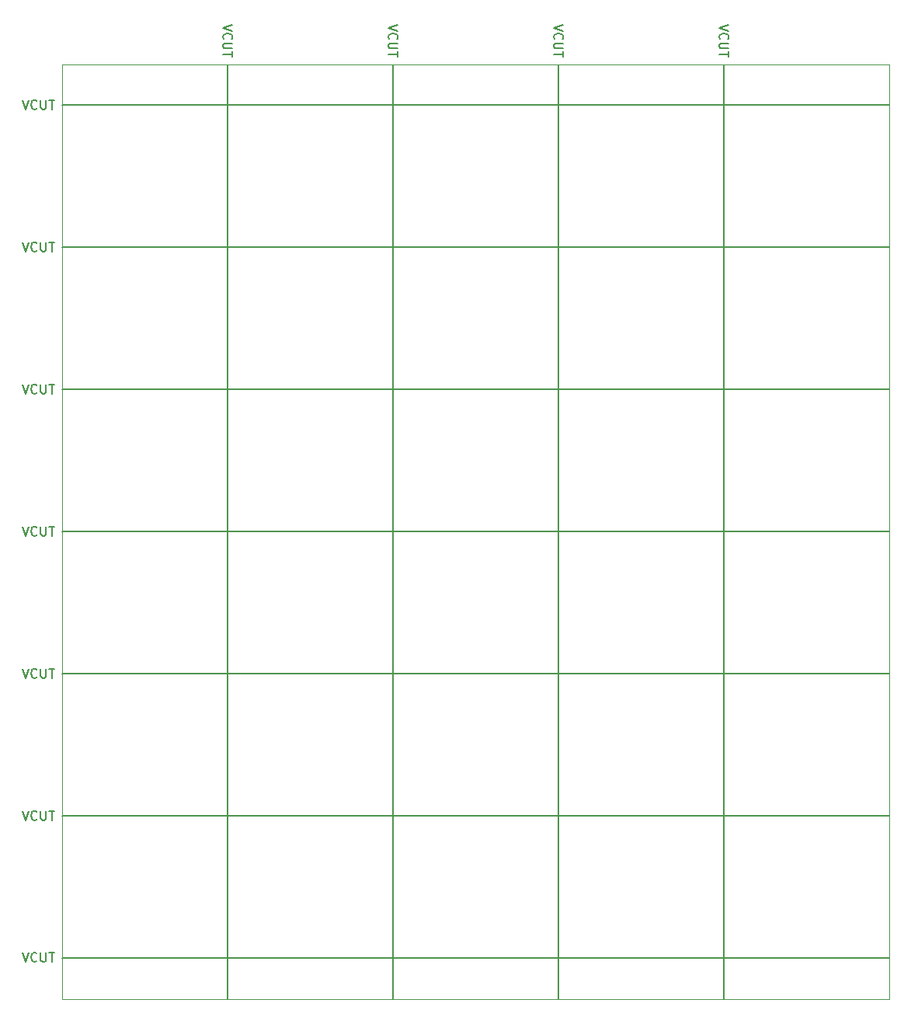
<source format=gm1>
G04 #@! TF.GenerationSoftware,KiCad,Pcbnew,(5.1.5)-3*
G04 #@! TF.CreationDate,2019-12-30T22:26:53-08:00*
G04 #@! TF.ProjectId,hc05-adapter-panel,68633035-2d61-4646-9170-7465722d7061,A*
G04 #@! TF.SameCoordinates,Original*
G04 #@! TF.FileFunction,Other,ECO1*
%FSLAX46Y46*%
G04 Gerber Fmt 4.6, Leading zero omitted, Abs format (unit mm)*
G04 Created by KiCad (PCBNEW (5.1.5)-3) date 2019-12-30 22:26:53*
%MOMM*%
%LPD*%
G04 APERTURE LIST*
%ADD10C,0.150000*%
%ADD11C,0.050000*%
G04 APERTURE END LIST*
D10*
X172339000Y-39116000D02*
X172339000Y-140970000D01*
X154305000Y-39116000D02*
X154305000Y-140970000D01*
X136271000Y-39116000D02*
X136271000Y-140970000D01*
X118237000Y-39116000D02*
X118237000Y-140970000D01*
X100203000Y-74549000D02*
X190373000Y-74549000D01*
X100203000Y-59055000D02*
X190373000Y-59055000D01*
X100203000Y-90043000D02*
X190373000Y-90043000D01*
X95899071Y-74001380D02*
X96232404Y-75001380D01*
X96565738Y-74001380D01*
X97470500Y-74906142D02*
X97422880Y-74953761D01*
X97280023Y-75001380D01*
X97184785Y-75001380D01*
X97041928Y-74953761D01*
X96946690Y-74858523D01*
X96899071Y-74763285D01*
X96851452Y-74572809D01*
X96851452Y-74429952D01*
X96899071Y-74239476D01*
X96946690Y-74144238D01*
X97041928Y-74049000D01*
X97184785Y-74001380D01*
X97280023Y-74001380D01*
X97422880Y-74049000D01*
X97470500Y-74096619D01*
X97899071Y-74001380D02*
X97899071Y-74810904D01*
X97946690Y-74906142D01*
X97994309Y-74953761D01*
X98089547Y-75001380D01*
X98280023Y-75001380D01*
X98375261Y-74953761D01*
X98422880Y-74906142D01*
X98470500Y-74810904D01*
X98470500Y-74001380D01*
X98803833Y-74001380D02*
X99375261Y-74001380D01*
X99089547Y-75001380D02*
X99089547Y-74001380D01*
X95899071Y-58507380D02*
X96232404Y-59507380D01*
X96565738Y-58507380D01*
X97470500Y-59412142D02*
X97422880Y-59459761D01*
X97280023Y-59507380D01*
X97184785Y-59507380D01*
X97041928Y-59459761D01*
X96946690Y-59364523D01*
X96899071Y-59269285D01*
X96851452Y-59078809D01*
X96851452Y-58935952D01*
X96899071Y-58745476D01*
X96946690Y-58650238D01*
X97041928Y-58555000D01*
X97184785Y-58507380D01*
X97280023Y-58507380D01*
X97422880Y-58555000D01*
X97470500Y-58602619D01*
X97899071Y-58507380D02*
X97899071Y-59316904D01*
X97946690Y-59412142D01*
X97994309Y-59459761D01*
X98089547Y-59507380D01*
X98280023Y-59507380D01*
X98375261Y-59459761D01*
X98422880Y-59412142D01*
X98470500Y-59316904D01*
X98470500Y-58507380D01*
X98803833Y-58507380D02*
X99375261Y-58507380D01*
X99089547Y-59507380D02*
X99089547Y-58507380D01*
X95899071Y-89495380D02*
X96232404Y-90495380D01*
X96565738Y-89495380D01*
X97470500Y-90400142D02*
X97422880Y-90447761D01*
X97280023Y-90495380D01*
X97184785Y-90495380D01*
X97041928Y-90447761D01*
X96946690Y-90352523D01*
X96899071Y-90257285D01*
X96851452Y-90066809D01*
X96851452Y-89923952D01*
X96899071Y-89733476D01*
X96946690Y-89638238D01*
X97041928Y-89543000D01*
X97184785Y-89495380D01*
X97280023Y-89495380D01*
X97422880Y-89543000D01*
X97470500Y-89590619D01*
X97899071Y-89495380D02*
X97899071Y-90304904D01*
X97946690Y-90400142D01*
X97994309Y-90447761D01*
X98089547Y-90495380D01*
X98280023Y-90495380D01*
X98375261Y-90447761D01*
X98422880Y-90400142D01*
X98470500Y-90304904D01*
X98470500Y-89495380D01*
X98803833Y-89495380D02*
X99375261Y-89495380D01*
X99089547Y-90495380D02*
X99089547Y-89495380D01*
D11*
X100203000Y-39116000D02*
X190373000Y-39116000D01*
X190373000Y-39116000D02*
X190373000Y-140970000D01*
X100203000Y-39116000D02*
X100203000Y-140970000D01*
X100203000Y-140970000D02*
X190373000Y-140970000D01*
D10*
X172886619Y-34812071D02*
X171886619Y-35145404D01*
X172886619Y-35478738D01*
X171981857Y-36383500D02*
X171934238Y-36335880D01*
X171886619Y-36193023D01*
X171886619Y-36097785D01*
X171934238Y-35954928D01*
X172029476Y-35859690D01*
X172124714Y-35812071D01*
X172315190Y-35764452D01*
X172458047Y-35764452D01*
X172648523Y-35812071D01*
X172743761Y-35859690D01*
X172839000Y-35954928D01*
X172886619Y-36097785D01*
X172886619Y-36193023D01*
X172839000Y-36335880D01*
X172791380Y-36383500D01*
X172886619Y-36812071D02*
X172077095Y-36812071D01*
X171981857Y-36859690D01*
X171934238Y-36907309D01*
X171886619Y-37002547D01*
X171886619Y-37193023D01*
X171934238Y-37288261D01*
X171981857Y-37335880D01*
X172077095Y-37383500D01*
X172886619Y-37383500D01*
X172886619Y-37716833D02*
X172886619Y-38288261D01*
X171886619Y-38002547D02*
X172886619Y-38002547D01*
X154852619Y-34812071D02*
X153852619Y-35145404D01*
X154852619Y-35478738D01*
X153947857Y-36383500D02*
X153900238Y-36335880D01*
X153852619Y-36193023D01*
X153852619Y-36097785D01*
X153900238Y-35954928D01*
X153995476Y-35859690D01*
X154090714Y-35812071D01*
X154281190Y-35764452D01*
X154424047Y-35764452D01*
X154614523Y-35812071D01*
X154709761Y-35859690D01*
X154805000Y-35954928D01*
X154852619Y-36097785D01*
X154852619Y-36193023D01*
X154805000Y-36335880D01*
X154757380Y-36383500D01*
X154852619Y-36812071D02*
X154043095Y-36812071D01*
X153947857Y-36859690D01*
X153900238Y-36907309D01*
X153852619Y-37002547D01*
X153852619Y-37193023D01*
X153900238Y-37288261D01*
X153947857Y-37335880D01*
X154043095Y-37383500D01*
X154852619Y-37383500D01*
X154852619Y-37716833D02*
X154852619Y-38288261D01*
X153852619Y-38002547D02*
X154852619Y-38002547D01*
X136818619Y-34812071D02*
X135818619Y-35145404D01*
X136818619Y-35478738D01*
X135913857Y-36383500D02*
X135866238Y-36335880D01*
X135818619Y-36193023D01*
X135818619Y-36097785D01*
X135866238Y-35954928D01*
X135961476Y-35859690D01*
X136056714Y-35812071D01*
X136247190Y-35764452D01*
X136390047Y-35764452D01*
X136580523Y-35812071D01*
X136675761Y-35859690D01*
X136771000Y-35954928D01*
X136818619Y-36097785D01*
X136818619Y-36193023D01*
X136771000Y-36335880D01*
X136723380Y-36383500D01*
X136818619Y-36812071D02*
X136009095Y-36812071D01*
X135913857Y-36859690D01*
X135866238Y-36907309D01*
X135818619Y-37002547D01*
X135818619Y-37193023D01*
X135866238Y-37288261D01*
X135913857Y-37335880D01*
X136009095Y-37383500D01*
X136818619Y-37383500D01*
X136818619Y-37716833D02*
X136818619Y-38288261D01*
X135818619Y-38002547D02*
X136818619Y-38002547D01*
X118784619Y-34812071D02*
X117784619Y-35145404D01*
X118784619Y-35478738D01*
X117879857Y-36383500D02*
X117832238Y-36335880D01*
X117784619Y-36193023D01*
X117784619Y-36097785D01*
X117832238Y-35954928D01*
X117927476Y-35859690D01*
X118022714Y-35812071D01*
X118213190Y-35764452D01*
X118356047Y-35764452D01*
X118546523Y-35812071D01*
X118641761Y-35859690D01*
X118737000Y-35954928D01*
X118784619Y-36097785D01*
X118784619Y-36193023D01*
X118737000Y-36335880D01*
X118689380Y-36383500D01*
X118784619Y-36812071D02*
X117975095Y-36812071D01*
X117879857Y-36859690D01*
X117832238Y-36907309D01*
X117784619Y-37002547D01*
X117784619Y-37193023D01*
X117832238Y-37288261D01*
X117879857Y-37335880D01*
X117975095Y-37383500D01*
X118784619Y-37383500D01*
X118784619Y-37716833D02*
X118784619Y-38288261D01*
X117784619Y-38002547D02*
X118784619Y-38002547D01*
X95899071Y-43013380D02*
X96232404Y-44013380D01*
X96565738Y-43013380D01*
X97470500Y-43918142D02*
X97422880Y-43965761D01*
X97280023Y-44013380D01*
X97184785Y-44013380D01*
X97041928Y-43965761D01*
X96946690Y-43870523D01*
X96899071Y-43775285D01*
X96851452Y-43584809D01*
X96851452Y-43441952D01*
X96899071Y-43251476D01*
X96946690Y-43156238D01*
X97041928Y-43061000D01*
X97184785Y-43013380D01*
X97280023Y-43013380D01*
X97422880Y-43061000D01*
X97470500Y-43108619D01*
X97899071Y-43013380D02*
X97899071Y-43822904D01*
X97946690Y-43918142D01*
X97994309Y-43965761D01*
X98089547Y-44013380D01*
X98280023Y-44013380D01*
X98375261Y-43965761D01*
X98422880Y-43918142D01*
X98470500Y-43822904D01*
X98470500Y-43013380D01*
X98803833Y-43013380D02*
X99375261Y-43013380D01*
X99089547Y-44013380D02*
X99089547Y-43013380D01*
X95899071Y-104989380D02*
X96232404Y-105989380D01*
X96565738Y-104989380D01*
X97470500Y-105894142D02*
X97422880Y-105941761D01*
X97280023Y-105989380D01*
X97184785Y-105989380D01*
X97041928Y-105941761D01*
X96946690Y-105846523D01*
X96899071Y-105751285D01*
X96851452Y-105560809D01*
X96851452Y-105417952D01*
X96899071Y-105227476D01*
X96946690Y-105132238D01*
X97041928Y-105037000D01*
X97184785Y-104989380D01*
X97280023Y-104989380D01*
X97422880Y-105037000D01*
X97470500Y-105084619D01*
X97899071Y-104989380D02*
X97899071Y-105798904D01*
X97946690Y-105894142D01*
X97994309Y-105941761D01*
X98089547Y-105989380D01*
X98280023Y-105989380D01*
X98375261Y-105941761D01*
X98422880Y-105894142D01*
X98470500Y-105798904D01*
X98470500Y-104989380D01*
X98803833Y-104989380D02*
X99375261Y-104989380D01*
X99089547Y-105989380D02*
X99089547Y-104989380D01*
X95899071Y-120483380D02*
X96232404Y-121483380D01*
X96565738Y-120483380D01*
X97470500Y-121388142D02*
X97422880Y-121435761D01*
X97280023Y-121483380D01*
X97184785Y-121483380D01*
X97041928Y-121435761D01*
X96946690Y-121340523D01*
X96899071Y-121245285D01*
X96851452Y-121054809D01*
X96851452Y-120911952D01*
X96899071Y-120721476D01*
X96946690Y-120626238D01*
X97041928Y-120531000D01*
X97184785Y-120483380D01*
X97280023Y-120483380D01*
X97422880Y-120531000D01*
X97470500Y-120578619D01*
X97899071Y-120483380D02*
X97899071Y-121292904D01*
X97946690Y-121388142D01*
X97994309Y-121435761D01*
X98089547Y-121483380D01*
X98280023Y-121483380D01*
X98375261Y-121435761D01*
X98422880Y-121388142D01*
X98470500Y-121292904D01*
X98470500Y-120483380D01*
X98803833Y-120483380D02*
X99375261Y-120483380D01*
X99089547Y-121483380D02*
X99089547Y-120483380D01*
X95899071Y-135913880D02*
X96232404Y-136913880D01*
X96565738Y-135913880D01*
X97470500Y-136818642D02*
X97422880Y-136866261D01*
X97280023Y-136913880D01*
X97184785Y-136913880D01*
X97041928Y-136866261D01*
X96946690Y-136771023D01*
X96899071Y-136675785D01*
X96851452Y-136485309D01*
X96851452Y-136342452D01*
X96899071Y-136151976D01*
X96946690Y-136056738D01*
X97041928Y-135961500D01*
X97184785Y-135913880D01*
X97280023Y-135913880D01*
X97422880Y-135961500D01*
X97470500Y-136009119D01*
X97899071Y-135913880D02*
X97899071Y-136723404D01*
X97946690Y-136818642D01*
X97994309Y-136866261D01*
X98089547Y-136913880D01*
X98280023Y-136913880D01*
X98375261Y-136866261D01*
X98422880Y-136818642D01*
X98470500Y-136723404D01*
X98470500Y-135913880D01*
X98803833Y-135913880D02*
X99375261Y-135913880D01*
X99089547Y-136913880D02*
X99089547Y-135913880D01*
X100203000Y-136525000D02*
X190373000Y-136525000D01*
X100203000Y-121031000D02*
X190373000Y-121031000D01*
X100203000Y-105537000D02*
X190373000Y-105537000D01*
X100203000Y-43561000D02*
X190373000Y-43561000D01*
M02*

</source>
